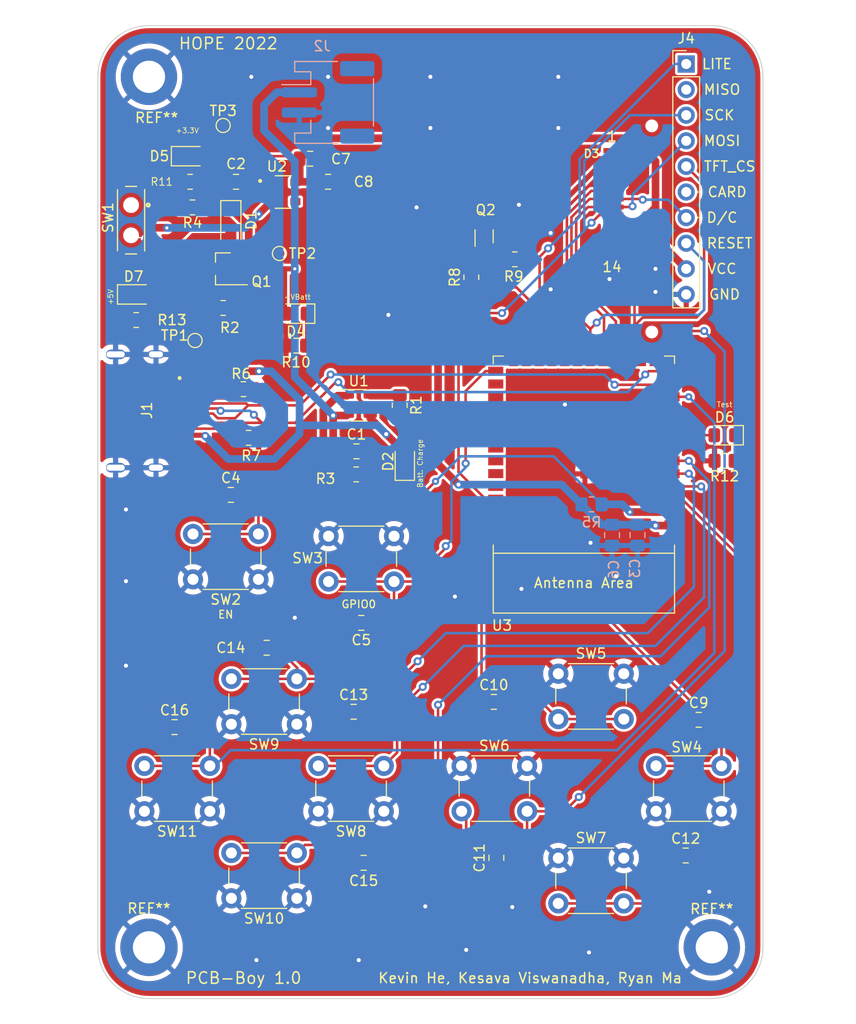
<source format=kicad_pcb>
(kicad_pcb (version 20211014) (generator pcbnew)

  (general
    (thickness 1.6)
  )

  (paper "A4")
  (title_block
    (title "Handheld Game Console")
    (date "2022-04-15")
  )

  (layers
    (0 "F.Cu" signal)
    (31 "B.Cu" signal)
    (32 "B.Adhes" user "B.Adhesive")
    (33 "F.Adhes" user "F.Adhesive")
    (34 "B.Paste" user)
    (35 "F.Paste" user)
    (36 "B.SilkS" user "B.Silkscreen")
    (37 "F.SilkS" user "F.Silkscreen")
    (38 "B.Mask" user)
    (39 "F.Mask" user)
    (40 "Dwgs.User" user "User.Drawings")
    (41 "Cmts.User" user "User.Comments")
    (42 "Eco1.User" user "User.Eco1")
    (43 "Eco2.User" user "User.Eco2")
    (44 "Edge.Cuts" user)
    (45 "Margin" user)
    (46 "B.CrtYd" user "B.Courtyard")
    (47 "F.CrtYd" user "F.Courtyard")
    (48 "B.Fab" user)
    (49 "F.Fab" user)
    (50 "User.1" user)
    (51 "User.2" user)
    (52 "User.3" user)
    (53 "User.4" user)
    (54 "User.5" user)
    (55 "User.6" user)
    (56 "User.7" user)
    (57 "User.8" user)
    (58 "User.9" user)
  )

  (setup
    (stackup
      (layer "F.SilkS" (type "Top Silk Screen"))
      (layer "F.Paste" (type "Top Solder Paste"))
      (layer "F.Mask" (type "Top Solder Mask") (thickness 0.01))
      (layer "F.Cu" (type "copper") (thickness 0.035))
      (layer "dielectric 1" (type "core") (thickness 1.51) (material "FR4") (epsilon_r 4.5) (loss_tangent 0.02))
      (layer "B.Cu" (type "copper") (thickness 0.035))
      (layer "B.Mask" (type "Bottom Solder Mask") (thickness 0.01))
      (layer "B.Paste" (type "Bottom Solder Paste"))
      (layer "B.SilkS" (type "Bottom Silk Screen"))
      (copper_finish "None")
      (dielectric_constraints no)
    )
    (pad_to_mask_clearance 0)
    (pcbplotparams
      (layerselection 0x00010fc_ffffffff)
      (disableapertmacros false)
      (usegerberextensions false)
      (usegerberattributes true)
      (usegerberadvancedattributes true)
      (creategerberjobfile true)
      (svguseinch false)
      (svgprecision 6)
      (excludeedgelayer true)
      (plotframeref false)
      (viasonmask false)
      (mode 1)
      (useauxorigin false)
      (hpglpennumber 1)
      (hpglpenspeed 20)
      (hpglpendiameter 15.000000)
      (dxfpolygonmode true)
      (dxfimperialunits true)
      (dxfusepcbnewfont true)
      (psnegative false)
      (psa4output false)
      (plotreference true)
      (plotvalue true)
      (plotinvisibletext false)
      (sketchpadsonfab false)
      (subtractmaskfromsilk false)
      (outputformat 1)
      (mirror false)
      (drillshape 0)
      (scaleselection 1)
      (outputdirectory "../../Downloads/Game Console Manufacturing/")
    )
  )

  (net 0 "")
  (net 1 "+BATT")
  (net 2 "GND")
  (net 3 "+3V3")
  (net 4 "Net-(C4-Pad2)")
  (net 5 "Net-(C5-Pad2)")
  (net 6 "/A")
  (net 7 "/B")
  (net 8 "/X")
  (net 9 "/Y")
  (net 10 "/Up")
  (net 11 "/Down")
  (net 12 "/Left")
  (net 13 "/Right")
  (net 14 "+5V")
  (net 15 "Net-(D2-Pad1)")
  (net 16 "/CS")
  (net 17 "/Clock")
  (net 18 "/Data")
  (net 19 "/LS{slash}DC")
  (net 20 "/RST")
  (net 21 "Net-(D3-Pad3)")
  (net 22 "Net-(J1-PadA5)")
  (net 23 "Net-(J1-PadB5)")
  (net 24 "Net-(Q2-Pad1)")
  (net 25 "Net-(Q2-Pad2)")
  (net 26 "Net-(R1-Pad1)")
  (net 27 "Net-(R3-Pad2)")
  (net 28 "/LEDK")
  (net 29 "unconnected-(U2-Pad4)")
  (net 30 "/D+")
  (net 31 "/D-")
  (net 32 "unconnected-(U3-Pad11)")
  (net 33 "unconnected-(U3-Pad10)")
  (net 34 "unconnected-(U3-Pad8)")
  (net 35 "unconnected-(U3-Pad16)")
  (net 36 "unconnected-(U3-Pad22)")
  (net 37 "unconnected-(U3-Pad23)")
  (net 38 "unconnected-(U3-Pad24)")
  (net 39 "unconnected-(U3-Pad35)")
  (net 40 "unconnected-(U3-Pad36)")
  (net 41 "unconnected-(U3-Pad25)")
  (net 42 "unconnected-(U3-Pad26)")
  (net 43 "unconnected-(J1-PadB8)")
  (net 44 "unconnected-(J1-PadA8)")
  (net 45 "unconnected-(J4-Pad2)")
  (net 46 "unconnected-(J4-Pad6)")
  (net 47 "Net-(D4-Pad1)")
  (net 48 "Net-(D5-Pad1)")
  (net 49 "Net-(D6-Pad1)")
  (net 50 "Net-(D6-Pad2)")
  (net 51 "Net-(D7-Pad1)")
  (net 52 "unconnected-(U3-Pad28)")
  (net 53 "unconnected-(U3-Pad34)")
  (net 54 "unconnected-(U3-Pad33)")
  (net 55 "unconnected-(U3-Pad32)")
  (net 56 "unconnected-(U3-Pad31)")
  (net 57 "unconnected-(U3-Pad30)")
  (net 58 "unconnected-(U3-Pad29)")
  (net 59 "Net-(C2-Pad1)")
  (net 60 "Net-(R4-Pad2)")
  (net 61 "Net-(U2-Pad3)")

  (footprint "Resistor_SMD:R_0805_2012Metric_Pad1.20x1.40mm_HandSolder" (layer "F.Cu") (at 114.03 89.154))

  (footprint "Capacitor_SMD:C_0805_2012Metric_Pad1.18x1.45mm_HandSolder" (layer "F.Cu") (at 124.7355 90.496))

  (footprint "Capacitor_SMD:C_0805_2012Metric_Pad1.18x1.45mm_HandSolder" (layer "F.Cu") (at 120.142 61.468))

  (footprint "Capacitor_SMD:C_0805_2012Metric_Pad1.18x1.45mm_HandSolder" (layer "F.Cu") (at 112.776 63.754 180))

  (footprint "Button_Switch_THT:SW_PUSH_6mm_H5mm" (layer "F.Cu") (at 160.984 126.202 180))

  (footprint "Resistor_SMD:R_0805_2012Metric_Pad1.20x1.40mm_HandSolder" (layer "F.Cu") (at 140.462 71.446))

  (footprint "Diode_SMD:D_SOD-123F" (layer "F.Cu") (at 112.268 67.818 -90))

  (footprint "Capacitor_SMD:C_0805_2012Metric_Pad1.18x1.45mm_HandSolder" (layer "F.Cu") (at 125.4545 131.318))

  (footprint "MountingHole:MountingHole_3.2mm_M3_DIN965_Pad" (layer "F.Cu") (at 104.14 53.34))

  (footprint "Resistor_SMD:R_0805_2012Metric_Pad1.20x1.40mm_HandSolder" (layer "F.Cu") (at 108.22 63.754 180))

  (footprint "Resistor_SMD:R_0805_2012Metric_Pad1.20x1.40mm_HandSolder" (layer "F.Cu") (at 108.458 66.294 180))

  (footprint "Capacitor_SMD:C_0805_2012Metric_Pad1.18x1.45mm_HandSolder" (layer "F.Cu") (at 158.7195 117.13))

  (footprint "450404015514:450404015514" (layer "F.Cu") (at 102.362 67.564 90))

  (footprint "Espressif:ESP32-S2-SOLO" (layer "F.Cu") (at 147.32 90.794 180))

  (footprint "TestPoint:TestPoint_Pad_D1.0mm" (layer "F.Cu") (at 108.712 79.502))

  (footprint "Resistor_SMD:R_0805_2012Metric_Pad1.20x1.40mm_HandSolder" (layer "F.Cu") (at 102.87 77.47))

  (footprint "TestPoint:TestPoint_Pad_D1.0mm" (layer "F.Cu") (at 117.094 70.866))

  (footprint "Capacitor_SMD:C_0805_2012Metric_Pad1.18x1.45mm_HandSolder" (layer "F.Cu") (at 106.68 117.856))

  (footprint "Button_Switch_THT:SW_PUSH_6mm_H5mm" (layer "F.Cu") (at 135.18 121.702))

  (footprint "Button_Switch_THT:SW_PUSH_6mm_H5mm" (layer "F.Cu") (at 144.78 130.846))

  (footprint "Resistor_SMD:R_0805_2012Metric_Pad1.20x1.40mm_HandSolder" (layer "F.Cu") (at 124.714 92.782 180))

  (footprint "Button_Switch_THT:SW_PUSH_6mm_H5mm" (layer "F.Cu") (at 118.82 117.566 180))

  (footprint "Button_Switch_THT:SW_PUSH_6mm_H5mm" (layer "F.Cu") (at 118.82 134.838 180))

  (footprint "Resistor_SMD:R_0805_2012Metric_Pad1.20x1.40mm_HandSolder" (layer "F.Cu") (at 129.032 85.924 -90))

  (footprint "LED_SMD:LED_0805_2012Metric_Pad1.15x1.40mm_HandSolder" (layer "F.Cu") (at 108.22 61.214))

  (footprint "Resistor_SMD:R_0805_2012Metric_Pad1.20x1.40mm_HandSolder" (layer "F.Cu") (at 118.745 80.01 180))

  (footprint "Package_TO_SOT_SMD:SOT-23-5" (layer "F.Cu") (at 124.968 85.924))

  (footprint "Capacitor_SMD:C_0805_2012Metric_Pad1.18x1.45mm_HandSolder" (layer "F.Cu") (at 124.46 116.332))

  (footprint "Button_Switch_THT:SW_PUSH_6mm_H5mm" (layer "F.Cu") (at 144.78 112.558))

  (footprint "Button_Switch_THT:SW_PUSH_6mm_H5mm" (layer "F.Cu") (at 115.01 103.196 180))

  (footprint "Capacitor_SMD:C_0805_2012Metric_Pad1.18x1.45mm_HandSolder" (layer "F.Cu") (at 138.632 130.8245 90))

  (footprint "Resistor_SMD:R_0805_2012Metric_Pad1.20x1.40mm_HandSolder" (layer "F.Cu") (at 161.29 91.44))

  (footprint "LED_SMD:LED_0805_2012Metric_Pad1.15x1.40mm_HandSolder" (layer "F.Cu") (at 118.745 76.835 180))

  (footprint "MountingHole:MountingHole_3.2mm_M3_DIN965_Pad" (layer "F.Cu") (at 160.02 139.7))

  (footprint "Capacitor_SMD:C_0805_2012Metric_Pad1.18x1.45mm_HandSolder" (layer "F.Cu") (at 125.222 107.514))

  (footprint "Resistor_SMD:R_0805_2012Metric_Pad1.20x1.40mm_HandSolder" (layer "F.Cu") (at 111.506 76.272))

  (footprint "Connector_PinHeader_2.54mm:PinHeader_1x10_P2.54mm_Vertical" (layer "F.Cu") (at 157.48 52.07))

  (footprint "Package_TO_SOT_SMD:SOT-23_Handsoldering" (layer "F.Cu") (at 111.506 72.39 180))

  (footprint "Capacitor_SMD:C_0805_2012Metric_Pad1.18x1.45mm_HandSolder" (layer "F.Cu") (at 138.378 115.352))

  (footprint "USB4500-03-0-A_REVA:GCT_USB4500-03-0-A_REVA" (layer "F.Cu") (at 100.832 86.497 -90))

  (footprint "Button_Switch_THT:SW_PUSH_6mm_H5mm" (layer "F.Cu") (at 121.972 98.914))

  (footprint "LED_SMD:LED_0805_2012Metric_Pad1.15x1.40mm_HandSolder" (layer "F.Cu") (at 129.54 91.512 90))

  (footprint "Button_Switch_THT:SW_PUSH_6mm_H5mm" (layer "F.Cu") (at 127.456 126.202 180))

  (footprint "Button_Switch_THT:SW_PUSH_6mm_H5mm" (layer "F.Cu") (at 110.184 126.202 180))

  (footprint "Package_TO_SOT_SMD:SOT-523" (layer "F.Cu") (at 137.414 69.16 90))

  (footprint "XC6210B332MR-G:IC_XC8107AC20MR-G" (layer "F.Cu") (at 117.475 64.77))

  (footprint "MountingHole:MountingHole_3.2mm_M3_ISO7380_Pad" (layer "F.Cu") (at 104.14 139.7))

  (footprint "Resistor_SMD:R_0805_2012Metric_Pad1.20x1.40mm_HandSolder" (layer "F.Cu") (at 136.144 73.224 90))

  (footprint "Capacitor_SMD:C_0805_2012Metric_Pad1.18x1.45mm_HandSolder" (layer "F.Cu") (at 157.428 130.592))

  (footprint "LED_SMD:LED_0805_2012Metric_Pad1.15x1.40mm_HandSolder" (layer "F.Cu") (at 161.29 88.9 180))

  (footprint "LED_SMD:LED_0805_2012Metric_Pad1.15x1.40mm_HandSolder" (layer "F.Cu") (at 102.87 74.93))

  (footprint "Resistor_SMD:R_0805_2012Metric_Pad1.20x1.40mm_HandSolder" (layer "F.Cu") (at 113.522 84.328))

  (footprint "Capacitor_SMD:C_0805_2012Metric_Pad1.18x1.45mm_HandSolder" (layer "F.Cu") (at 121.92 63.754))

  (footprint "Capacitor_SMD:C_0805_2012Metric_Pad1.18x1.45mm_HandSolder" (layer "F.Cu") (at 115.824 109.982))

  (footprint "JD-T1800:JD-T1800" (layer "F.Cu")
    (tedit 62593F91) (tstamp fc48681f-9397-420c-a160-4d40e8208b22)
    (at 137.16 65.858009 90)
    (property "Sheetfile" "Game Console.kicad_sch")
    (property "Sheetname" "")
    (path "/8c0149a7-68d4-414b-9fb3-3adf3102bbe0")
    (attr through_hole)
    (fp_text reference "D3" (at 4.898 10.922) (layer "F.SilkS")
      (effects (font (size 0.787402 0.787402) (thickness 0.15)))
      (tstamp d618158f-4184-4754-aa33-65a98e706342)
    )
    (fp_text value "JD-T1800" (at 0 10.16 90) (layer "F.Fab")
      (effects (font (size 0.787402 0.787402) (thickness 0.15)))
      (tstamp f84570f0-8f86-40f4-8c85-4d0ad12444b2)
    )
    (fp_text user "1" (at 6.604 12.954 unlocked) (layer "F.SilkS")
      (effects (font (size 1 1) (thickness 0.15)))
      (tstamp b9c7a0dd-a066-4735-afd6-d6448b2a575c)
    )
    (fp_text user "14" (at -6.35 12.954 unlocked) (layer "F.SilkS")
      (effects (font (size 1 1) (thickness 0.15)))
      (tstamp f2301a94-9bb4-4f9c-b09e-62719a07ce78)
    )
    (pad "" np_thru_hole circle (at 7.65 16.9 90) (size 0.6 0.6) (drill 0.6) (layers *.Cu *.Mask) (tstamp 23a49e10-e7d0-41d9-a15a-25ac614cee99))
    (pad "" np_thru_hole circle (at -12.8 16.9 90) (size 0.6 0.6) (drill 0.6) (layers *.Cu *.Mask) (tstamp e1a929c4-c484-4255-9524-8c224d1f6e73))
    (pad "1" smd rect (at 5.2 13.1 180) (size 2 0.5) (layers "F.Cu" "F.Paste" "F.Mask") (tstamp 75080b0b-6140-45af-8605-622af6de8bea))
    (pad "2" smd rect (at 4.4 13.1 180) (size 2 0.5) (layers "F.Cu" "F.Paste" "F.Mask")
      (net 2 "GND") (pinfunction "GND") (pintype "power_in") (tstamp 1fcbe337-d147-4e02-846e-7f1ec4528bd0))
    (pad "3" smd rect (at 3.6 13.1 180) (size 2 0.5) (layers "F.Cu" "F.Paste" "F.Mask")
      (net 21 "Net-(D3-Pad3)") (pinfunction "LEDK") (pintype "input") (tstamp 15328724-62c0-4c64-8165-7ba7fa235831))
    (pad "4" smd rect (at 2.8 13.1 180) (size 2 0.5) (layers "F.Cu" "F.Paste" "F.Mask")
      (net 3 "+3V3") (pinfunction "LEDA") (pintype "input") (tstamp f1353e9e-7eae-44e9-872c-ec11c41e5657))
    (pad "5" smd rect (at 2 13.1 180) (size 2 0.5) (layers "F.Cu" "F.Paste" "F.Mask")
      (net 2 "GND") (pinfunction "GND1") (pintype "power_in") (tstamp e0130066-f120-45ab-8ca4-de7cd402c362))
    (pad "6" smd rect (at 1.2 13.1 180) (size 2 0.5) (layers "F.Cu" "F.Paste" "F.Mask")
      (net 2
... [906097 chars truncated]
</source>
